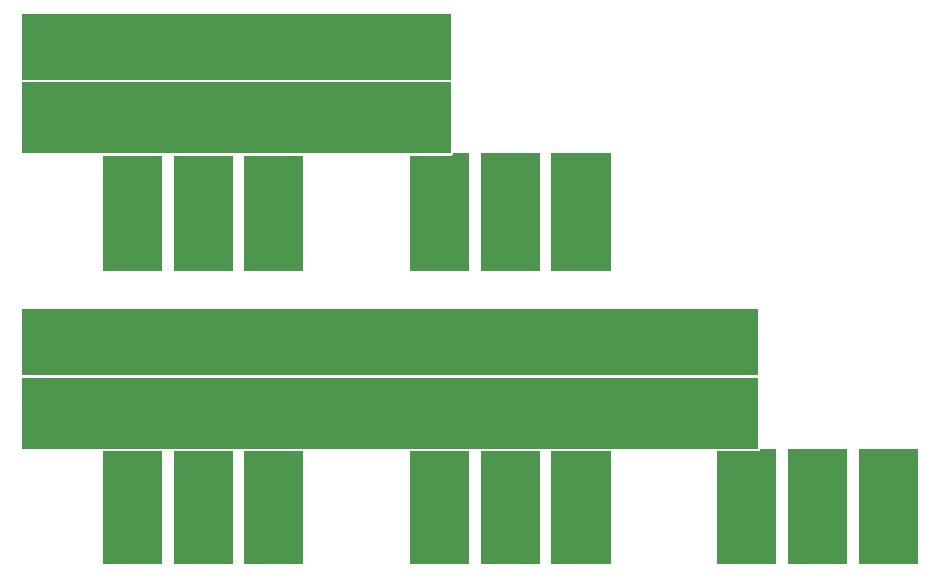
<source format=gtl>
G04*
G04 #@! TF.GenerationSoftware,Altium Limited,Altium Designer,18.0.11 (651)*
G04*
G04 Layer_Physical_Order=1*
G04 Layer_Color=255*
%FSLAX43Y43*%
%MOMM*%
G71*
G01*
G75*
G04:AMPARAMS|DCode=13|XSize=4.5mm|YSize=4.5mm|CornerRadius=1.125mm|HoleSize=0mm|Usage=FLASHONLY|Rotation=0.000|XOffset=0mm|YOffset=0mm|HoleType=Round|Shape=RoundedRectangle|*
%AMROUNDEDRECTD13*
21,1,4.500,2.250,0,0,0.0*
21,1,2.250,4.500,0,0,0.0*
1,1,2.250,1.125,-1.125*
1,1,2.250,-1.125,-1.125*
1,1,2.250,-1.125,1.125*
1,1,2.250,1.125,1.125*
%
%ADD13ROUNDEDRECTD13*%
%ADD14C,1.600*%
G36*
X36500Y41204D02*
X35566D01*
X35552Y41201D01*
X35539Y41202D01*
X35500Y41197D01*
X35461Y41202D01*
X35448Y41201D01*
X35435Y41204D01*
X34066D01*
X34052Y41201D01*
X34039Y41202D01*
X34000Y41197D01*
X33961Y41202D01*
X33948Y41201D01*
X33935Y41204D01*
X32566D01*
X32552Y41201D01*
X32539Y41202D01*
X32500Y41197D01*
X32461Y41202D01*
X32448Y41201D01*
X32435Y41204D01*
X25565Y41204D01*
X25552Y41201D01*
X25539Y41202D01*
X25500Y41197D01*
X25461Y41202D01*
X25448Y41201D01*
X25435Y41204D01*
X21566D01*
X21552Y41201D01*
X21539Y41202D01*
X21500Y41197D01*
X21461Y41202D01*
X21448Y41201D01*
X21434Y41204D01*
X17566D01*
X17552Y41201D01*
X17539Y41202D01*
X17500Y41197D01*
X17461Y41202D01*
X17448Y41201D01*
X17434Y41204D01*
X13566D01*
X13552Y41201D01*
X13539Y41202D01*
X13500Y41197D01*
X13461Y41202D01*
X13448Y41201D01*
X13434Y41204D01*
X9566D01*
X9552Y41201D01*
X9539Y41202D01*
X9500Y41197D01*
X9461Y41202D01*
X9448Y41201D01*
X9434Y41204D01*
X8066Y41204D01*
X8052Y41201D01*
X8039Y41202D01*
X8000Y41197D01*
X7961Y41202D01*
X7948Y41201D01*
X7934Y41204D01*
X6566D01*
X6552Y41201D01*
X6539Y41202D01*
X6500Y41197D01*
X6461Y41202D01*
X6448Y41201D01*
X6434Y41204D01*
X204D01*
Y46796D01*
X36500D01*
Y41204D01*
D02*
G37*
G36*
X6434Y41000D02*
X6500Y40991D01*
X6566Y41000D01*
X7934D01*
X8000Y40991D01*
X8066Y41000D01*
X9434Y41000D01*
X9500Y40991D01*
X9566Y41000D01*
X13434D01*
X13500Y40991D01*
X13566Y41000D01*
X17434D01*
X17500Y40991D01*
X17566Y41000D01*
X21434D01*
X21500Y40991D01*
X21566Y41000D01*
X25435D01*
X25500Y40991D01*
X25565Y41000D01*
X32435Y41000D01*
X32500Y40991D01*
X32566Y41000D01*
X33935D01*
X34000Y40991D01*
X34066Y41000D01*
X35435D01*
X35500Y40991D01*
X35566Y41000D01*
X36500D01*
Y35000D01*
X35566D01*
X35500Y35009D01*
X35434Y35000D01*
X34066D01*
X34000Y35009D01*
X33934Y35000D01*
X23066Y35000D01*
X23000Y35009D01*
X22934Y35000D01*
X21566D01*
X21500Y35009D01*
X21434Y35000D01*
X20066D01*
X20000Y35009D01*
X19934Y35000D01*
X17066D01*
X17000Y35009D01*
X16934Y35000D01*
X15566D01*
X15500Y35009D01*
X15434Y35000D01*
X14066D01*
X14000Y35009D01*
X13934Y35000D01*
X11066D01*
X11000Y35009D01*
X10934Y35000D01*
X9566D01*
X9500Y35009D01*
X9434Y35000D01*
X8066Y35000D01*
X8000Y35009D01*
X7934Y35000D01*
X204D01*
Y41000D01*
X6434D01*
D02*
G37*
G36*
X8039Y34798D02*
X8052Y34799D01*
X8066Y34796D01*
X9434Y34796D01*
X9448Y34799D01*
X9461Y34798D01*
X9500Y34803D01*
X9539Y34798D01*
X9552Y34799D01*
X9566Y34796D01*
X10934D01*
X10948Y34799D01*
X10961Y34798D01*
X11000Y34803D01*
X11039Y34798D01*
X11052Y34799D01*
X11066Y34796D01*
X12000D01*
Y25000D01*
X7000D01*
Y34796D01*
X7934D01*
X7948Y34799D01*
X7961Y34798D01*
X8000Y34803D01*
X8039Y34798D01*
D02*
G37*
G36*
X23039Y34798D02*
X23052Y34799D01*
X23066Y34796D01*
X24000D01*
Y25000D01*
X19000D01*
Y34796D01*
X19934D01*
X19948Y34799D01*
X19961Y34798D01*
X20000Y34803D01*
X20039Y34798D01*
X20052Y34799D01*
X20066Y34796D01*
X21434D01*
X21448Y34799D01*
X21461Y34798D01*
X21500Y34803D01*
X21539Y34798D01*
X21552Y34799D01*
X21566Y34796D01*
X22934D01*
X22948Y34799D01*
X22961Y34798D01*
X23000Y34803D01*
X23039Y34798D01*
D02*
G37*
G36*
X17039D02*
X17052Y34799D01*
X17066Y34796D01*
X18000D01*
Y25000D01*
X13000D01*
Y34796D01*
X13934D01*
X13948Y34799D01*
X13961Y34798D01*
X14000Y34803D01*
X14039Y34798D01*
X14052Y34799D01*
X14066Y34796D01*
X15434D01*
X15448Y34799D01*
X15461Y34798D01*
X15500Y34803D01*
X15539Y34798D01*
X15552Y34799D01*
X15566Y34796D01*
X16934D01*
X16948Y34799D01*
X16961Y34798D01*
X17000Y34803D01*
X17039Y34798D01*
D02*
G37*
G36*
X38000Y25000D02*
X33000D01*
Y34796D01*
X33934D01*
X33948Y34799D01*
X33961Y34798D01*
X34000Y34803D01*
X34039Y34798D01*
X34052Y34799D01*
X34066Y34796D01*
X35434D01*
X35448Y34799D01*
X35461Y34798D01*
X35500Y34803D01*
X35539Y34798D01*
X35552Y34799D01*
X35566Y34796D01*
X36500D01*
X36578Y34812D01*
X36644Y34856D01*
X36688Y34922D01*
X36704Y35000D01*
Y35000D01*
X38000D01*
Y25000D01*
D02*
G37*
G36*
X50000D02*
X45000D01*
Y35000D01*
X50000D01*
Y25000D01*
D02*
G37*
G36*
X44000D02*
X39000D01*
Y35000D01*
X44000D01*
Y25000D01*
D02*
G37*
G36*
X50980Y21800D02*
X51000Y21796D01*
X62500D01*
Y16204D01*
X61565D01*
X61552Y16201D01*
X61539Y16202D01*
X61500Y16197D01*
X61461Y16202D01*
X61448Y16201D01*
X61435Y16204D01*
X60065D01*
X60052Y16201D01*
X60039Y16202D01*
X60000Y16197D01*
X59961Y16202D01*
X59948Y16201D01*
X59935Y16204D01*
X58566D01*
X58552Y16201D01*
X58539Y16202D01*
X58500Y16197D01*
X58461Y16202D01*
X58448Y16201D01*
X58435Y16204D01*
X49566D01*
X49552Y16201D01*
X49539Y16202D01*
X49500Y16197D01*
X49461Y16202D01*
X49448Y16201D01*
X49435Y16204D01*
X45566D01*
X45552Y16201D01*
X45539Y16202D01*
X45500Y16197D01*
X45461Y16202D01*
X45448Y16201D01*
X45435Y16204D01*
X41566D01*
X41552Y16201D01*
X41539Y16202D01*
X41500Y16197D01*
X41461Y16202D01*
X41448Y16201D01*
X41435Y16204D01*
X37566D01*
X37552Y16201D01*
X37539Y16202D01*
X37500Y16197D01*
X37461Y16202D01*
X37448Y16201D01*
X37435Y16204D01*
X35566D01*
X35552Y16201D01*
X35539Y16202D01*
X35500Y16197D01*
X35461Y16202D01*
X35448Y16201D01*
X35435Y16204D01*
X34066D01*
X34052Y16201D01*
X34039Y16202D01*
X34000Y16197D01*
X33961Y16202D01*
X33948Y16201D01*
X33935Y16204D01*
X32566D01*
X32552Y16201D01*
X32539Y16202D01*
X32500Y16197D01*
X32461Y16202D01*
X32448Y16201D01*
X32435Y16204D01*
X23566Y16204D01*
X23552Y16201D01*
X23539Y16202D01*
X23500Y16197D01*
X23461Y16202D01*
X23448Y16201D01*
X23434Y16204D01*
X19566D01*
X19552Y16201D01*
X19539Y16202D01*
X19500Y16197D01*
X19461Y16202D01*
X19448Y16201D01*
X19434Y16204D01*
X15566D01*
X15552Y16201D01*
X15539Y16202D01*
X15500Y16197D01*
X15461Y16202D01*
X15448Y16201D01*
X15434Y16204D01*
X11566D01*
X11552Y16201D01*
X11539Y16202D01*
X11500Y16197D01*
X11461Y16202D01*
X11448Y16201D01*
X11434Y16204D01*
X9566D01*
X9552Y16201D01*
X9539Y16202D01*
X9500Y16197D01*
X9461Y16202D01*
X9448Y16201D01*
X9434Y16204D01*
X8066D01*
X8052Y16201D01*
X8039Y16202D01*
X8000Y16197D01*
X7961Y16202D01*
X7948Y16201D01*
X7934Y16204D01*
X6566D01*
X6552Y16201D01*
X6539Y16202D01*
X6500Y16197D01*
X6461Y16202D01*
X6448Y16201D01*
X6434Y16204D01*
X204D01*
Y21800D01*
X50980Y21800D01*
D02*
G37*
G36*
X6434Y16000D02*
X6500Y15991D01*
X6566Y16000D01*
X7934D01*
X8000Y15991D01*
X8066Y16000D01*
X9434D01*
X9500Y15991D01*
X9566Y16000D01*
X11434D01*
X11500Y15991D01*
X11566Y16000D01*
X15434D01*
X15500Y15991D01*
X15566Y16000D01*
X19434D01*
X19500Y15991D01*
X19566Y16000D01*
X23434D01*
X23500Y15991D01*
X23566Y16000D01*
X32435Y16000D01*
X32500Y15991D01*
X32566Y16000D01*
X33935D01*
X34000Y15991D01*
X34066Y16000D01*
X35435D01*
X35500Y15991D01*
X35566Y16000D01*
X37435D01*
X37500Y15991D01*
X37566Y16000D01*
X41435D01*
X41500Y15991D01*
X41566Y16000D01*
X45435D01*
X45500Y15991D01*
X45566Y16000D01*
X49435D01*
X49500Y15991D01*
X49566Y16000D01*
X58435D01*
X58500Y15991D01*
X58566Y16000D01*
X59935D01*
X60000Y15991D01*
X60065Y16000D01*
X61435D01*
X61500Y15991D01*
X61565Y16000D01*
X62500D01*
X62500Y10000D01*
X61566D01*
X61500Y10009D01*
X61434Y10000D01*
X60066D01*
X60000Y10009D01*
X59934Y10000D01*
X49066D01*
X49000Y10009D01*
X48934Y10000D01*
X47566D01*
X47500Y10009D01*
X47434Y10000D01*
X46066D01*
X46000Y10009D01*
X45934Y10000D01*
X43066D01*
X43000Y10009D01*
X42934Y10000D01*
X41566D01*
X41500Y10009D01*
X41434Y10000D01*
X40066D01*
X40000Y10009D01*
X39934Y10000D01*
X37066D01*
X37000Y10009D01*
X36934Y10000D01*
X35566D01*
X35500Y10009D01*
X35434Y10000D01*
X34066D01*
X34000Y10009D01*
X33934Y10000D01*
X23066Y10000D01*
X23000Y10009D01*
X22934Y10000D01*
X21566D01*
X21500Y10009D01*
X21434Y10000D01*
X20066D01*
X20000Y10009D01*
X19934Y10000D01*
X17066D01*
X17000Y10009D01*
X16934Y10000D01*
X15566D01*
X15500Y10009D01*
X15434Y10000D01*
X14066D01*
X14000Y10009D01*
X13934Y10000D01*
X11066D01*
X11000Y10009D01*
X10934Y10000D01*
X9566D01*
X9500Y10009D01*
X9434Y10000D01*
X8066D01*
X8000Y10009D01*
X7934Y10000D01*
X204D01*
Y16000D01*
X6434D01*
D02*
G37*
G36*
X23039Y9798D02*
X23052Y9799D01*
X23066Y9796D01*
X24000D01*
Y204D01*
X19000D01*
Y9796D01*
X19934D01*
X19948Y9799D01*
X19961Y9798D01*
X20000Y9803D01*
X20039Y9798D01*
X20052Y9799D01*
X20066Y9796D01*
X21434D01*
X21448Y9799D01*
X21461Y9798D01*
X21500Y9803D01*
X21539Y9798D01*
X21552Y9799D01*
X21566Y9796D01*
X22934D01*
X22948Y9799D01*
X22961Y9798D01*
X23000Y9803D01*
X23039Y9798D01*
D02*
G37*
G36*
X17039D02*
X17052Y9799D01*
X17066Y9796D01*
X18000D01*
Y204D01*
X13000D01*
Y9796D01*
X13934D01*
X13948Y9799D01*
X13961Y9798D01*
X14000Y9803D01*
X14039Y9798D01*
X14052Y9799D01*
X14066Y9796D01*
X15434D01*
X15448Y9799D01*
X15461Y9798D01*
X15500Y9803D01*
X15539Y9798D01*
X15552Y9799D01*
X15566Y9796D01*
X16934D01*
X16948Y9799D01*
X16961Y9798D01*
X17000Y9803D01*
X17039Y9798D01*
D02*
G37*
G36*
X11039D02*
X11052Y9799D01*
X11066Y9796D01*
X12000D01*
Y204D01*
X7000D01*
Y9796D01*
X7934D01*
X7948Y9799D01*
X7961Y9798D01*
X8000Y9803D01*
X8039Y9798D01*
X8052Y9799D01*
X8066Y9796D01*
X9434D01*
X9448Y9799D01*
X9461Y9798D01*
X9500Y9803D01*
X9539Y9798D01*
X9552Y9799D01*
X9566Y9796D01*
X10934D01*
X10948Y9799D01*
X10961Y9798D01*
X11000Y9803D01*
X11039Y9798D01*
D02*
G37*
G36*
X49039Y9798D02*
X49052Y9799D01*
X49066Y9796D01*
X50000D01*
Y204D01*
X45000D01*
Y9796D01*
X45934D01*
X45948Y9799D01*
X45961Y9798D01*
X46000Y9803D01*
X46039Y9798D01*
X46052Y9799D01*
X46066Y9796D01*
X47434D01*
X47448Y9799D01*
X47461Y9798D01*
X47500Y9803D01*
X47539Y9798D01*
X47552Y9799D01*
X47566Y9796D01*
X48934D01*
X48948Y9799D01*
X48961Y9798D01*
X49000Y9803D01*
X49039Y9798D01*
D02*
G37*
G36*
X43039D02*
X43052Y9799D01*
X43066Y9796D01*
X44000D01*
Y204D01*
X39000D01*
Y9796D01*
X39934D01*
X39948Y9799D01*
X39961Y9798D01*
X40000Y9803D01*
X40039Y9798D01*
X40052Y9799D01*
X40066Y9796D01*
X41434D01*
X41448Y9799D01*
X41461Y9798D01*
X41500Y9803D01*
X41539Y9798D01*
X41552Y9799D01*
X41566Y9796D01*
X42934D01*
X42948Y9799D01*
X42961Y9798D01*
X43000Y9803D01*
X43039Y9798D01*
D02*
G37*
G36*
X37039D02*
X37052Y9799D01*
X37066Y9796D01*
X38000D01*
Y204D01*
X33000D01*
Y9796D01*
X33934D01*
X33948Y9799D01*
X33961Y9798D01*
X34000Y9803D01*
X34039Y9798D01*
X34052Y9799D01*
X34066Y9796D01*
X35434D01*
X35448Y9799D01*
X35461Y9798D01*
X35500Y9803D01*
X35539Y9798D01*
X35552Y9799D01*
X35566Y9796D01*
X36934D01*
X36948Y9799D01*
X36961Y9798D01*
X37000Y9803D01*
X37039Y9798D01*
D02*
G37*
G36*
X64000Y204D02*
X59000D01*
Y9796D01*
X59934D01*
X59948Y9799D01*
X59961Y9798D01*
X60000Y9803D01*
X60039Y9798D01*
X60052Y9799D01*
X60066Y9796D01*
X61434D01*
X61448Y9799D01*
X61461Y9798D01*
X61500Y9803D01*
X61539Y9798D01*
X61552Y9799D01*
X61566Y9796D01*
X62500D01*
X62578Y9812D01*
X62644Y9856D01*
X62688Y9922D01*
X62704Y10000D01*
Y10000D01*
X64000D01*
Y204D01*
D02*
G37*
G36*
X76000D02*
X71000D01*
Y10000D01*
X76000D01*
Y204D01*
D02*
G37*
G36*
X70000D02*
X65000D01*
Y10000D01*
X70000D01*
Y204D01*
D02*
G37*
D13*
X54975Y12500D02*
D03*
Y18500D02*
D03*
X28975Y37500D02*
D03*
X2975Y43500D02*
D03*
X28975Y12500D02*
D03*
Y18500D02*
D03*
X2975Y37500D02*
D03*
X28975Y43500D02*
D03*
X2975Y12500D02*
D03*
Y18500D02*
D03*
X21500Y28000D02*
D03*
X47500D02*
D03*
X21500Y3000D02*
D03*
X47500D02*
D03*
X73500D02*
D03*
X15500Y28000D02*
D03*
X41500D02*
D03*
X15500Y3000D02*
D03*
X41500D02*
D03*
X67500D02*
D03*
X9500Y28000D02*
D03*
X35500D02*
D03*
X9500Y3000D02*
D03*
X35500D02*
D03*
X61500D02*
D03*
D14*
X51500Y13000D02*
D03*
Y19000D02*
D03*
X25500Y13000D02*
D03*
Y19000D02*
D03*
X21500D02*
D03*
Y13000D02*
D03*
X23500Y21000D02*
D03*
Y17000D02*
D03*
Y11000D02*
D03*
Y15000D02*
D03*
X32500Y11000D02*
D03*
X35500Y12500D02*
D03*
X32500D02*
D03*
Y14000D02*
D03*
X34000D02*
D03*
Y12500D02*
D03*
X35500Y14000D02*
D03*
Y11000D02*
D03*
X34000D02*
D03*
X32500Y17000D02*
D03*
X35500Y18500D02*
D03*
X32500D02*
D03*
Y20000D02*
D03*
X34000D02*
D03*
Y18500D02*
D03*
X35500Y20000D02*
D03*
Y17000D02*
D03*
X34000D02*
D03*
X19500Y15000D02*
D03*
Y11000D02*
D03*
Y17000D02*
D03*
Y21000D02*
D03*
X58500Y11000D02*
D03*
X61500Y12500D02*
D03*
X58500D02*
D03*
Y14000D02*
D03*
X60000D02*
D03*
Y12500D02*
D03*
X61500Y14000D02*
D03*
Y11000D02*
D03*
X60000D02*
D03*
X58500Y17000D02*
D03*
X61500Y18500D02*
D03*
X58500D02*
D03*
Y20000D02*
D03*
X60000D02*
D03*
Y18500D02*
D03*
X61500Y20000D02*
D03*
Y17000D02*
D03*
X60000D02*
D03*
X6500Y36000D02*
D03*
Y37500D02*
D03*
X8000Y36000D02*
D03*
Y37500D02*
D03*
X9500Y36000D02*
D03*
Y37500D02*
D03*
Y39000D02*
D03*
Y42000D02*
D03*
X8000D02*
D03*
X9500Y43500D02*
D03*
X8000D02*
D03*
X6500Y42000D02*
D03*
Y43500D02*
D03*
X9500Y45000D02*
D03*
X8000Y39000D02*
D03*
X6500D02*
D03*
X8000Y45000D02*
D03*
X6500D02*
D03*
X34000Y43500D02*
D03*
X47500Y19000D02*
D03*
X49500Y21000D02*
D03*
Y17000D02*
D03*
Y15000D02*
D03*
X47500Y13000D02*
D03*
X49500Y11000D02*
D03*
X35500Y43500D02*
D03*
X11500Y38000D02*
D03*
X13500Y36000D02*
D03*
Y40000D02*
D03*
X15500Y38000D02*
D03*
X17500Y36000D02*
D03*
Y40000D02*
D03*
X19500Y38000D02*
D03*
X21500Y36000D02*
D03*
Y40000D02*
D03*
X23500Y38000D02*
D03*
X25500Y40000D02*
D03*
Y36000D02*
D03*
Y46000D02*
D03*
Y42000D02*
D03*
X23500Y44000D02*
D03*
X21500Y46000D02*
D03*
Y42000D02*
D03*
X19500Y44000D02*
D03*
X17500Y46000D02*
D03*
Y42000D02*
D03*
X15500Y44000D02*
D03*
X13500Y46000D02*
D03*
Y42000D02*
D03*
X11500Y44000D02*
D03*
X6500Y14000D02*
D03*
X11500Y11000D02*
D03*
Y15000D02*
D03*
X13500Y13000D02*
D03*
X15500Y11000D02*
D03*
Y15000D02*
D03*
X17500Y13000D02*
D03*
X37500Y15000D02*
D03*
Y11000D02*
D03*
X39500Y13000D02*
D03*
X41500Y11000D02*
D03*
Y15000D02*
D03*
X43500Y13000D02*
D03*
X45500Y15000D02*
D03*
X11500Y17000D02*
D03*
Y21000D02*
D03*
X13500Y19000D02*
D03*
X15500Y17000D02*
D03*
Y21000D02*
D03*
X17500Y19000D02*
D03*
X37500Y21000D02*
D03*
Y17000D02*
D03*
X45500Y21000D02*
D03*
Y17000D02*
D03*
X43500Y19000D02*
D03*
X41500Y17000D02*
D03*
Y21000D02*
D03*
X32500Y37500D02*
D03*
X35500Y36000D02*
D03*
X34000D02*
D03*
X32500D02*
D03*
X34000Y37500D02*
D03*
X35500D02*
D03*
Y39000D02*
D03*
X34000D02*
D03*
X32500D02*
D03*
X35500Y42000D02*
D03*
X34000D02*
D03*
X32500D02*
D03*
Y43500D02*
D03*
X35500Y45000D02*
D03*
X34000D02*
D03*
X32500D02*
D03*
X9500Y14000D02*
D03*
X8000D02*
D03*
X6500Y12500D02*
D03*
X8000D02*
D03*
X9500D02*
D03*
Y11000D02*
D03*
X8000D02*
D03*
X6500D02*
D03*
X8000Y17000D02*
D03*
X9500D02*
D03*
Y20000D02*
D03*
X8000Y18500D02*
D03*
Y20000D02*
D03*
X6500D02*
D03*
Y18500D02*
D03*
X9500D02*
D03*
X6500Y17000D02*
D03*
X39500Y19000D02*
D03*
X45500Y11000D02*
D03*
X49000Y31000D02*
D03*
X47500D02*
D03*
X46000D02*
D03*
Y32500D02*
D03*
X47500D02*
D03*
X49000D02*
D03*
Y34000D02*
D03*
X47500D02*
D03*
X46000D02*
D03*
X41500Y31000D02*
D03*
Y32500D02*
D03*
Y34000D02*
D03*
X43000Y31000D02*
D03*
Y32500D02*
D03*
Y34000D02*
D03*
X40000D02*
D03*
X40000Y32500D02*
D03*
Y31000D02*
D03*
X37000D02*
D03*
X35500D02*
D03*
X34000D02*
D03*
Y32500D02*
D03*
X35500D02*
D03*
X37000D02*
D03*
Y34000D02*
D03*
X35500D02*
D03*
X34000D02*
D03*
X20000D02*
D03*
X21500D02*
D03*
X23000D02*
D03*
Y32500D02*
D03*
X21500D02*
D03*
X20000D02*
D03*
Y31000D02*
D03*
X21500D02*
D03*
X23000D02*
D03*
X14000Y34000D02*
D03*
X15500D02*
D03*
X17000D02*
D03*
Y32500D02*
D03*
X15500D02*
D03*
X14000D02*
D03*
Y31000D02*
D03*
X15500D02*
D03*
X17000D02*
D03*
X8000Y34000D02*
D03*
X9500D02*
D03*
X11000D02*
D03*
Y32500D02*
D03*
X9500D02*
D03*
X8000D02*
D03*
Y31000D02*
D03*
X9500D02*
D03*
X11000D02*
D03*
X72000Y9000D02*
D03*
X73500D02*
D03*
X75000D02*
D03*
Y7500D02*
D03*
X73500D02*
D03*
X72000D02*
D03*
Y6000D02*
D03*
X73500D02*
D03*
X75000D02*
D03*
X66000Y9000D02*
D03*
X67500D02*
D03*
X69000D02*
D03*
Y7500D02*
D03*
X67500D02*
D03*
X66000D02*
D03*
Y6000D02*
D03*
X67500D02*
D03*
X69000D02*
D03*
X60000Y9000D02*
D03*
X61500D02*
D03*
X63000D02*
D03*
Y7500D02*
D03*
X61500D02*
D03*
X60000D02*
D03*
Y6000D02*
D03*
X61500D02*
D03*
X63000D02*
D03*
X46000Y9000D02*
D03*
X47500D02*
D03*
X49000D02*
D03*
Y7500D02*
D03*
X47500D02*
D03*
X46000D02*
D03*
Y6000D02*
D03*
X47500D02*
D03*
X49000D02*
D03*
X40000Y9000D02*
D03*
X41500D02*
D03*
X43000D02*
D03*
Y7500D02*
D03*
X41500D02*
D03*
X40000D02*
D03*
Y6000D02*
D03*
X41500D02*
D03*
X43000D02*
D03*
X34000Y9000D02*
D03*
X35500D02*
D03*
X37000D02*
D03*
Y7500D02*
D03*
X35500D02*
D03*
X34000D02*
D03*
Y6000D02*
D03*
X35500D02*
D03*
X37000D02*
D03*
X20000Y9000D02*
D03*
X21500D02*
D03*
X23000D02*
D03*
Y7500D02*
D03*
X21500D02*
D03*
X20000D02*
D03*
Y6000D02*
D03*
X21500D02*
D03*
X23000D02*
D03*
X14000Y9000D02*
D03*
X15500D02*
D03*
X17000D02*
D03*
Y7500D02*
D03*
X15500D02*
D03*
X14000D02*
D03*
Y6000D02*
D03*
X15500D02*
D03*
X17000D02*
D03*
X8000Y9000D02*
D03*
X9500D02*
D03*
X11000D02*
D03*
Y7500D02*
D03*
X9500D02*
D03*
X8000D02*
D03*
Y6000D02*
D03*
X9500D02*
D03*
X11000D02*
D03*
M02*

</source>
